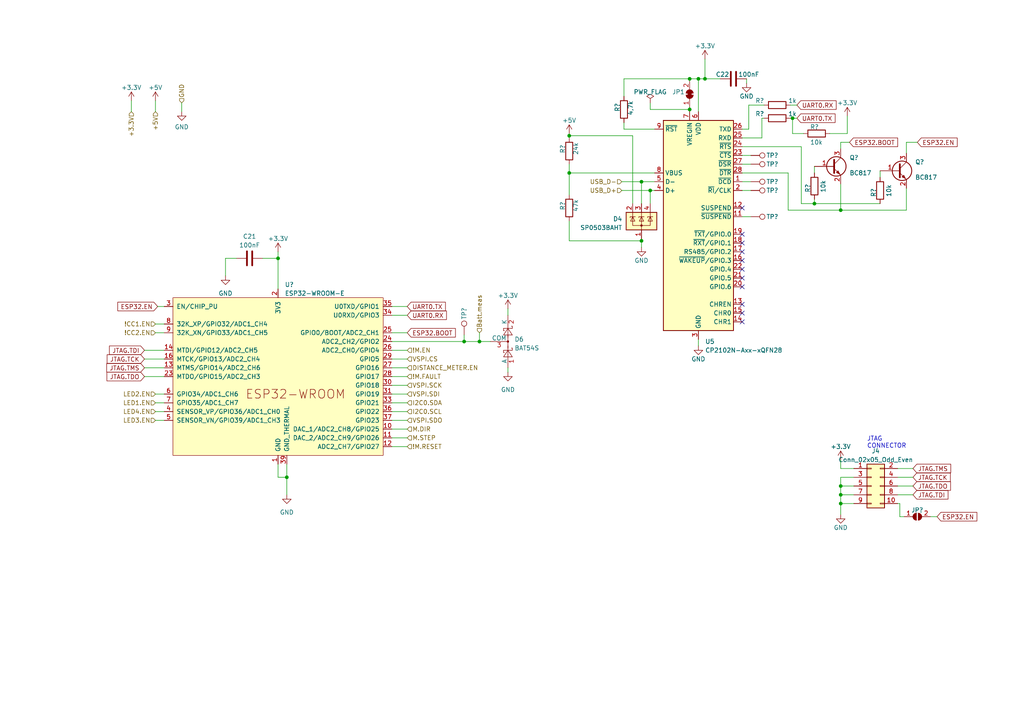
<source format=kicad_sch>
(kicad_sch (version 20230121) (generator eeschema)
  (paper "A4")
  (lib_symbols
    (symbol "Connector:TestPoint" (pin_numbers hide) (pin_names (offset 0.762) hide)
      (property "Reference" "TP" (at 0 6.858 0))
      (property "Value" "TestPoint" (at 0 5.08 0))
      (symbol "TestPoint_0_1"
        (circle (center 0 3.302) (radius 0.762))
      )
      (symbol "TestPoint_1_1"
        (pin passive line (at 0 0 90) (length 2.54) (name "1") (number "1"))
      )
    )
    (symbol "Connector_Generic:Conn_02x05_Odd_Even" (pin_names (offset 1.016) hide)
      (property "Reference" "J" (at 1.27 7.62 0))
      (property "Value" "Conn_02x05_Odd_Even" (at 1.27 -7.62 0))
      (symbol "Conn_02x05_Odd_Even_1_1"
        (rectangle (start -1.27 -4.953) (end 0 -5.207) (stroke (width 0.1524)))
        (rectangle (start -1.27 -2.413) (end 0 -2.667) (stroke (width 0.1524)))
        (rectangle (start -1.27 0.127) (end 0 -0.127) (stroke (width 0.1524)))
        (rectangle (start -1.27 2.667) (end 0 2.413) (stroke (width 0.1524)))
        (rectangle (start -1.27 5.207) (end 0 4.953) (stroke (width 0.1524)))
        (rectangle (start -1.27 6.35) (end 3.81 -6.35) (stroke (width 0.254)) (fill (type background)))
        (rectangle (start 3.81 -4.953) (end 2.54 -5.207) (stroke (width 0.1524)))
        (rectangle (start 3.81 -2.413) (end 2.54 -2.667) (stroke (width 0.1524)))
        (rectangle (start 3.81 0.127) (end 2.54 -0.127) (stroke (width 0.1524)))
        (rectangle (start 3.81 2.667) (end 2.54 2.413) (stroke (width 0.1524)))
        (rectangle (start 3.81 5.207) (end 2.54 4.953) (stroke (width 0.1524)))
        (pin passive line (at -5.08 5.08 0) (length 3.81) (name "Pin_1") (number "1"))
        (pin passive line (at 7.62 -5.08 180) (length 3.81) (name "Pin_10") (number "10"))
        (pin passive line (at 7.62 5.08 180) (length 3.81) (name "Pin_2") (number "2"))
        (pin passive line (at -5.08 2.54 0) (length 3.81) (name "Pin_3") (number "3"))
        (pin passive line (at 7.62 2.54 180) (length 3.81) (name "Pin_4") (number "4"))
        (pin passive line (at -5.08 0 0) (length 3.81) (name "Pin_5") (number "5"))
        (pin passive line (at 7.62 0 180) (length 3.81) (name "Pin_6") (number "6"))
        (pin passive line (at -5.08 -2.54 0) (length 3.81) (name "Pin_7") (number "7"))
        (pin passive line (at 7.62 -2.54 180) (length 3.81) (name "Pin_8") (number "8"))
        (pin passive line (at -5.08 -5.08 0) (length 3.81) (name "Pin_9") (number "9"))
      )
    )
    (symbol "Device:C" (pin_numbers hide) (pin_names (offset 0.254))
      (property "Reference" "C" (at 0.635 2.54 0))
      (property "Value" "C" (at 0.635 -2.54 0))
      (symbol "C_0_1"
        (polyline (pts (xy -2.032 -0.762) (xy 2.032 -0.762)) (stroke (width 0.508)))
        (polyline (pts (xy -2.032 0.762) (xy 2.032 0.762)) (stroke (width 0.508)))
      )
      (symbol "C_1_1"
        (pin passive line (at 0 3.81 270) (length 2.794) (name "~") (number "1"))
        (pin passive line (at 0 -3.81 90) (length 2.794) (name "~") (number "2"))
      )
    )
    (symbol "Device:R" (pin_numbers hide) (pin_names (offset 0))
      (property "Reference" "R" (at 2.032 0 90))
      (property "Value" "R" (at 0 0 90))
      (symbol "R_0_1"
        (rectangle (start -1.016 -2.54) (end 1.016 2.54) (stroke (width 0.254)))
      )
      (symbol "R_1_1"
        (pin passive line (at 0 3.81 270) (length 1.27) (name "~") (number "1"))
        (pin passive line (at 0 -3.81 90) (length 1.27) (name "~") (number "2"))
      )
    )
    (symbol "Diode:BAT54S" (pin_names (offset 0))
      (property "Reference" "D" (at 2.54 -5.08 0))
      (property "Value" "BAT54S" (at -6.35 3.175 0))
      (symbol "BAT54S_0_1"
        (polyline (pts (xy -3.81 0) (xy -1.27 0)))
        (polyline (pts (xy -3.175 -1.27) (xy -3.175 -1.016)))
        (polyline (pts (xy -2.54 -1.27) (xy -3.175 -1.27)))
        (polyline (pts (xy -2.54 -1.27) (xy -2.54 1.27)))
        (polyline (pts (xy -2.54 1.27) (xy -1.905 1.27)))
        (polyline (pts (xy -1.905 0) (xy 1.905 0)))
        (polyline (pts (xy -1.905 1.27) (xy -1.905 1.016)))
        (polyline (pts (xy 1.27 0) (xy 3.81 0)))
        (polyline (pts (xy 3.175 -1.27) (xy 3.175 -1.016)))
        (polyline (pts (xy 3.81 -1.27) (xy 3.175 -1.27)))
        (polyline (pts (xy 3.81 -1.27) (xy 3.81 1.27)))
        (polyline (pts (xy 3.81 1.27) (xy 4.445 1.27)))
        (polyline (pts (xy 4.445 1.27) (xy 4.445 1.016)))
        (polyline (pts (xy -4.445 1.27) (xy -4.445 -1.27) (xy -2.54 0) (xy -4.445 1.27)))
        (polyline (pts (xy 1.905 1.27) (xy 1.905 -1.27) (xy 3.81 0) (xy 1.905 1.27)))
        (circle (center 0 0) (radius 0.254) (fill (type outline)))
      )
      (symbol "BAT54S_1_1"
        (pin passive line (at -7.62 0 0) (length 3.81) (name "A") (number "1"))
        (pin passive line (at 7.62 0 180) (length 3.81) (name "K") (number "2"))
        (pin passive line (at 0 -5.08 90) (length 5.08) (name "COM") (number "3"))
      )
    )
    (symbol "Espressif:ESP32-WROOM-E" (pin_names (offset 1.016))
      (property "Reference" "U" (at -30.48 27.94 0))
      (property "Value" "ESP32-WROOM-E" (at -30.48 25.4 0))
      (symbol "ESP32-WROOM-E_0_1"
        (rectangle (start -30.48 22.86) (end 30.48 -22.86) (fill (type background)))
      )
      (symbol "ESP32-WROOM-E_1_1"
        (text "ESP32-­WROOM­" (at 5.08 -5.08 0) (effects (font (size 2.54 2.54))))
        (pin power_in line (at 0 -25.4 90) (length 2.54) (name "GND") (number "1"))
        (pin bidirectional line (at 33.02 -15.24 180) (length 2.54) (name "DAC_1/ADC2_CH8/GPIO25") (number "10"))
        (pin bidirectional line (at 33.02 -17.78 180) (length 2.54) (name "DAC_2/ADC2_CH9/GPIO26") (number "11"))
        (pin bidirectional line (at 33.02 -20.32 180) (length 2.54) (name "ADC2_CH7/GPIO27") (number "12"))
        (pin bidirectional line (at -33.02 2.54 0) (length 2.54) (name "MTMS/GPIO14/ADC2_CH6") (number "13"))
        (pin bidirectional line (at -33.02 7.62 0) (length 2.54) (name "MTDI/GPIO12/ADC2_CH5") (number "14"))
        (pin passive line (at 0 -25.4 90) (length 2.54) hide (name "GND") (number "15"))
        (pin bidirectional line (at -33.02 5.08 0) (length 2.54) (name "MTCK/GPIO13/ADC2_CH4") (number "16"))
        (pin power_in line (at 0 25.4 270) (length 2.54) (name "3V3") (number "2"))
        (pin bidirectional line (at -33.02 0 0) (length 2.54) (name "MTDO/GPIO15/ADC2_CH3") (number "23"))
        (pin bidirectional line (at 33.02 10.16 180) (length 2.54) (name "ADC2_CH2/GPIO2") (number "24"))
        (pin bidirectional line (at 33.02 12.7 180) (length 2.54) (name "GPIO0/BOOT/ADC2_CH1") (number "25"))
        (pin bidirectional line (at 33.02 7.62 180) (length 2.54) (name "ADC2_CH0/GPIO4") (number "26"))
        (pin bidirectional line (at 33.02 2.54 180) (length 2.54) (name "GPIO16") (number "27"))
        (pin bidirectional line (at 33.02 0 180) (length 2.54) (name "GPIO17") (number "28"))
        (pin bidirectional line (at 33.02 5.08 180) (length 2.54) (name "GPIO5") (number "29"))
        (pin input line (at -33.02 20.32 0) (length 2.54) (name "EN/CHIP_PU") (number "3"))
        (pin bidirectional line (at 33.02 -2.54 180) (length 2.54) (name "GPIO18") (number "30"))
        (pin bidirectional line (at 33.02 -5.08 180) (length 2.54) (name "GPIO19") (number "31"))
        (pin bidirectional line (at 33.02 -7.62 180) (length 2.54) (name "GPIO21") (number "33"))
        (pin bidirectional line (at 33.02 17.78 180) (length 2.54) (name "U0RXD/GPIO3") (number "34"))
        (pin bidirectional line (at 33.02 20.32 180) (length 2.54) (name "U0TXD/GPIO1") (number "35"))
        (pin bidirectional line (at 33.02 -10.16 180) (length 2.54) (name "GPIO22") (number "36"))
        (pin bidirectional line (at 33.02 -12.7 180) (length 2.54) (name "GPIO23") (number "37"))
        (pin passive line (at 0 -25.4 90) (length 2.54) hide (name "GND") (number "38"))
        (pin power_in line (at 2.54 -25.4 90) (length 2.54) (name "GND_THERMAL") (number "39"))
        (pin input line (at -33.02 -10.16 0) (length 2.54) (name "SENSOR_VP/GPIO36/ADC1_CH0") (number "4"))
        (pin input line (at -33.02 -12.7 0) (length 2.54) (name "SENSOR_VN/GPIO39/ADC1_CH3") (number "5"))
        (pin input line (at -33.02 -5.08 0) (length 2.54) (name "GPIO34/ADC1_CH6") (number "6"))
        (pin input line (at -33.02 -7.62 0) (length 2.54) (name "GPIO35/ADC1_CH7") (number "7"))
        (pin bidirectional line (at -33.02 15.24 0) (length 2.54) (name "32K_XP/GPIO32/ADC1_CH4") (number "8"))
        (pin bidirectional line (at -33.02 12.7 0) (length 2.54) (name "32K_XN/GPIO33/ADC1_CH5") (number "9"))
      )
    )
    (symbol "Interface_USB:CP2102N-Axx-xQFN28"
      (property "Reference" "U" (at -8.89 31.75 0))
      (property "Value" "CP2102N-Axx-xQFN28" (at 12.7 31.75 0))
      (symbol "CP2102N-Axx-xQFN28_0_1"
        (rectangle (start -10.16 30.48) (end 10.16 -30.48) (stroke (width 0.254)) (fill (type background)))
      )
      (symbol "CP2102N-Axx-xQFN28_1_1"
        (pin input line (at 12.7 12.7 180) (length 2.54) (name "~{DCD}") (number "1"))
        (pin no_connect line (at -10.16 -27.94 0) (length 2.54) hide (name "NC") (number "10"))
        (pin output line (at 12.7 2.54 180) (length 2.54) (name "~{SUSPEND}") (number "11"))
        (pin output line (at 12.7 5.08 180) (length 2.54) (name "SUSPEND") (number "12"))
        (pin output line (at 12.7 -22.86 180) (length 2.54) (name "CHREN") (number "13"))
        (pin output line (at 12.7 -27.94 180) (length 2.54) (name "CHR1") (number "14"))
        (pin output line (at 12.7 -25.4 180) (length 2.54) (name "CHR0") (number "15"))
        (pin bidirectional line (at 12.7 -10.16 180) (length 2.54) (name "~{WAKEUP}/GPIO.3") (number "16"))
        (pin bidirectional line (at 12.7 -7.62 180) (length 2.54) (name "RS485/GPIO.2") (number "17"))
        (pin bidirectional line (at 12.7 -5.08 180) (length 2.54) (name "~{RXT}/GPIO.1") (number "18"))
        (pin bidirectional line (at 12.7 -2.54 180) (length 2.54) (name "~{TXT}/GPIO.0") (number "19"))
        (pin bidirectional line (at 12.7 10.16 180) (length 2.54) (name "~{RI}/CLK") (number "2"))
        (pin bidirectional line (at 12.7 -17.78 180) (length 2.54) (name "GPIO.6") (number "20"))
        (pin bidirectional line (at 12.7 -15.24 180) (length 2.54) (name "GPIO.5") (number "21"))
        (pin bidirectional line (at 12.7 -12.7 180) (length 2.54) (name "GPIO.4") (number "22"))
        (pin input line (at 12.7 20.32 180) (length 2.54) (name "~{CTS}") (number "23"))
        (pin output line (at 12.7 22.86 180) (length 2.54) (name "~{RTS}") (number "24"))
        (pin input line (at 12.7 25.4 180) (length 2.54) (name "RXD") (number "25"))
        (pin output line (at 12.7 27.94 180) (length 2.54) (name "TXD") (number "26"))
        (pin input line (at 12.7 17.78 180) (length 2.54) (name "~{DSR}") (number "27"))
        (pin output line (at 12.7 15.24 180) (length 2.54) (name "~{DTR}") (number "28"))
        (pin passive line (at 0 -33.02 90) (length 2.54) hide (name "GND") (number "29"))
        (pin power_in line (at 0 -33.02 90) (length 2.54) (name "GND") (number "3"))
        (pin bidirectional line (at -12.7 10.16 0) (length 2.54) (name "D+") (number "4"))
        (pin bidirectional line (at -12.7 12.7 0) (length 2.54) (name "D-") (number "5"))
        (pin power_in line (at 0 33.02 270) (length 2.54) (name "VDD") (number "6"))
        (pin power_in line (at -2.54 33.02 270) (length 2.54) (name "VREGIN") (number "7"))
        (pin input line (at -12.7 15.24 0) (length 2.54) (name "VBUS") (number "8"))
        (pin input line (at -12.7 27.94 0) (length 2.54) (name "~{RST}") (number "9"))
      )
    )
    (symbol "Jumper:SolderJumper_2_Bridged" (pin_names (offset 0) hide)
      (property "Reference" "JP" (at 0 2.032 0))
      (property "Value" "SolderJumper_2_Bridged" (at 0 -2.54 0))
      (symbol "SolderJumper_2_Bridged_0_1"
        (rectangle (start -0.508 0.508) (end 0.508 -0.508) (fill (type outline)))
        (arc (start -0.254 1.016) (mid -1.2656 0) (end -0.254 -1.016))
        (arc (start -0.254 1.016) (mid -1.2656 0) (end -0.254 -1.016) (fill (type outline)))
        (polyline (pts (xy -0.254 1.016) (xy -0.254 -1.016)))
        (polyline (pts (xy 0.254 1.016) (xy 0.254 -1.016)))
        (arc (start 0.254 -1.016) (mid 1.2656 0) (end 0.254 1.016))
        (arc (start 0.254 -1.016) (mid 1.2656 0) (end 0.254 1.016) (fill (type outline)))
      )
      (symbol "SolderJumper_2_Bridged_1_1"
        (pin passive line (at -3.81 0 0) (length 2.54) (name "A") (number "1"))
        (pin passive line (at 3.81 0 180) (length 2.54) (name "B") (number "2"))
      )
    )
    (symbol "Jumper:SolderJumper_2_Open" (pin_names (offset 0) hide)
      (property "Reference" "JP" (at 0 2.032 0))
      (property "Value" "SolderJumper_2_Open" (at 0 -2.54 0))
      (symbol "SolderJumper_2_Open_0_1"
        (arc (start -0.254 1.016) (mid -1.2656 0) (end -0.254 -1.016))
        (arc (start -0.254 1.016) (mid -1.2656 0) (end -0.254 -1.016) (fill (type outline)))
        (polyline (pts (xy -0.254 1.016) (xy -0.254 -1.016)))
        (polyline (pts (xy 0.254 1.016) (xy 0.254 -1.016)))
        (arc (start 0.254 -1.016) (mid 1.2656 0) (end 0.254 1.016))
        (arc (start 0.254 -1.016) (mid 1.2656 0) (end 0.254 1.016) (fill (type outline)))
      )
      (symbol "SolderJumper_2_Open_1_1"
        (pin passive line (at -3.81 0 0) (length 2.54) (name "A") (number "1"))
        (pin passive line (at 3.81 0 180) (length 2.54) (name "B") (number "2"))
      )
    )
    (symbol "Power_Protection:SP0503BAHT" (pin_names hide)
      (property "Reference" "D" (at 5.715 2.54 0))
      (property "Value" "SP0503BAHT" (at 5.715 0.635 0))
      (symbol "SP0503BAHT_0_0"
        (pin passive line (at 0 -5.08 90) (length 2.54) (name "A") (number "1"))
      )
      (symbol "SP0503BAHT_0_1"
        (rectangle (start -4.445 2.54) (end 4.445 -2.54) (stroke (width 0.254)) (fill (type background)))
        (circle (center 0 -1.27) (radius 0.254) (fill (type outline)))
        (polyline (pts (xy -2.54 2.54) (xy -2.54 1.27)))
        (polyline (pts (xy 0 -1.27) (xy 0 -2.54)))
        (polyline (pts (xy 0 -1.27) (xy 0 1.27)))
        (polyline (pts (xy 0 2.54) (xy 0 1.27)))
        (polyline (pts (xy 0.635 1.27) (xy 0.762 1.27)))
        (polyline (pts (xy 2.54 2.54) (xy 2.54 1.27)))
        (polyline (pts (xy 0.635 1.27) (xy -0.762 1.27) (xy -0.762 1.016)))
        (polyline (pts (xy -3.302 1.016) (xy -3.302 1.27) (xy -1.905 1.27) (xy -1.778 1.27)))
        (polyline (pts (xy -2.54 1.27) (xy -2.54 -1.27) (xy 2.54 -1.27) (xy 2.54 1.27)))
        (polyline (pts (xy -2.54 1.27) (xy -1.905 0) (xy -3.175 0) (xy -2.54 1.27)))
        (polyline (pts (xy 0.635 0) (xy -0.635 0) (xy 0 1.27) (xy 0.635 0)))
        (polyline (pts (xy 1.778 1.016) (xy 1.778 1.27) (xy 3.175 1.27) (xy 3.302 1.27)))
        (polyline (pts (xy 2.54 1.27) (xy 1.905 0) (xy 3.175 0) (xy 2.54 1.27)))
      )
      (symbol "SP0503BAHT_1_1"
        (pin passive line (at -2.54 5.08 270) (length 2.54) (name "K") (number "2"))
        (pin passive line (at 0 5.08 270) (length 2.54) (name "K") (number "3"))
        (pin passive line (at 2.54 5.08 270) (length 2.54) (name "K") (number "4"))
      )
    )
    (symbol "Transistor_BJT:BC817" (pin_names (offset 0) hide)
      (property "Reference" "Q" (at 5.08 1.905 0))
      (property "Value" "BC817" (at 5.08 0 0))
      (symbol "BC817_0_1"
        (polyline (pts (xy 0.635 0.635) (xy 2.54 2.54)))
        (polyline (pts (xy 0.635 -0.635) (xy 2.54 -2.54) (xy 2.54 -2.54)))
        (polyline (pts (xy 0.635 1.905) (xy 0.635 -1.905) (xy 0.635 -1.905)) (stroke (width 0.508)))
        (polyline (pts (xy 1.27 -1.778) (xy 1.778 -1.27) (xy 2.286 -2.286) (xy 1.27 -1.778) (xy 1.27 -1.778)) (fill (type outline)))
        (circle (center 1.27 0) (radius 2.8194) (stroke (width 0.254)))
      )
      (symbol "BC817_1_1"
        (pin input line (at -5.08 0 0) (length 5.715) (name "B") (number "1"))
        (pin passive line (at 2.54 -5.08 90) (length 2.54) (name "E") (number "2"))
        (pin passive line (at 2.54 5.08 270) (length 2.54) (name "C") (number "3"))
      )
    )
    (symbol "power:+3.3V" (power) (pin_names (offset 0))
      (property "Value" "+3.3V" (at 0 3.556 0))
      (symbol "+3.3V_0_1"
        (polyline (pts (xy -0.762 1.27) (xy 0 2.54)))
        (polyline (pts (xy 0 0) (xy 0 2.54)))
        (polyline (pts (xy 0 2.54) (xy 0.762 1.27)))
      )
      (symbol "+3.3V_1_1"
        (pin power_in line (at 0 0 90) (length 0) hide (name "+3.3V") (number "1"))
      )
    )
    (symbol "power:+5V" (power) (pin_names (offset 0))
      (property "Value" "+5V" (at 0 3.556 0))
      (symbol "+5V_0_1"
        (polyline (pts (xy -0.762 1.27) (xy 0 2.54)))
        (polyline (pts (xy 0 0) (xy 0 2.54)))
        (polyline (pts (xy 0 2.54) (xy 0.762 1.27)))
      )
      (symbol "+5V_1_1"
        (pin power_in line (at 0 0 90) (length 0) hide (name "+5V") (number "1"))
      )
    )
    (symbol "power:GND" (power) (pin_names (offset 0))
      (property "Value" "GND" (at 0 -3.81 0))
      (symbol "GND_0_1"
        (polyline (pts (xy 0 0) (xy 0 -1.27) (xy 1.27 -1.27) (xy 0 -2.54) (xy -1.27 -1.27) (xy 0 -1.27)))
      )
      (symbol "GND_1_1"
        (pin power_in line (at 0 0 270) (length 0) hide (name "GND") (number "1"))
      )
    )
    (symbol "power:PWR_FLAG" (power) (pin_numbers hide) (pin_names (offset 0) hide)
      (property "Value" "PWR_FLAG" (at 0 3.81 0))
      (symbol "PWR_FLAG_0_0"
        (pin power_out line (at 0 0 90) (length 0) (name "pwr") (number "1"))
      )
      (symbol "PWR_FLAG_0_1"
        (polyline (pts (xy 0 0) (xy 0 1.27) (xy -1.016 1.905) (xy 0 2.54) (xy 1.016 1.905) (xy 0 1.27)))
      )
    )
  )
  (junction (at 200.025 31.75))
  (junction (at 186.055 69.85))
  (junction (at 83.185 138.43))
  (junction (at 243.84 143.51))
  (junction (at 165.1 50.165))
  (junction (at 202.565 22.86))
  (junction (at 243.84 60.96))
  (junction (at 139.065 99.06))
  (junction (at 200.025 22.86))
  (junction (at 165.1 39.37))
  (junction (at 229.87 34.29))
  (junction (at 243.84 146.05))
  (junction (at 188.595 55.245))
  (junction (at 236.22 59.055))
  (junction (at 186.055 52.705))
  (junction (at 80.645 74.93))
  (junction (at 134.62 99.06))
  (junction (at 243.84 140.97))
  (junction (at 204.47 22.86))
  (no_connect (at 215.265 80.645))
  (no_connect (at 215.265 93.345))
  (no_connect (at 215.265 70.485))
  (no_connect (at 215.265 67.945))
  (no_connect (at 215.265 60.325))
  (no_connect (at 215.265 88.265))
  (no_connect (at 215.265 83.185))
  (no_connect (at 215.265 90.805))
  (no_connect (at 215.265 75.565))
  (no_connect (at 215.265 73.025))
  (no_connect (at 215.265 78.105))
  (wire (pts (xy 264.795 135.89) (xy 260.35 135.89)))
  (wire (pts (xy 80.645 73.025) (xy 80.645 74.93)))
  (wire (pts (xy 243.84 133.35) (xy 243.84 135.89)))
  (wire (pts (xy 262.89 41.275) (xy 262.89 44.45)))
  (wire (pts (xy 41.91 101.6) (xy 47.625 101.6)))
  (wire (pts (xy 232.41 42.545) (xy 232.41 59.055)))
  (wire (pts (xy 200.025 22.86) (xy 200.025 23.495)))
  (wire (pts (xy 202.565 22.86) (xy 200.025 22.86)))
  (wire (pts (xy 228.6 50.165) (xy 228.6 60.96)))
  (wire (pts (xy 113.665 109.22) (xy 118.11 109.22)))
  (wire (pts (xy 45.085 121.92) (xy 47.625 121.92)))
  (wire (pts (xy 113.665 124.46) (xy 118.11 124.46)))
  (wire (pts (xy 215.265 55.245) (xy 217.805 55.245)))
  (wire (pts (xy 113.665 121.92) (xy 118.11 121.92)))
  (wire (pts (xy 139.065 96.52) (xy 139.065 99.06)))
  (wire (pts (xy 243.84 138.43) (xy 247.65 138.43)))
  (wire (pts (xy 113.665 111.76) (xy 118.11 111.76)))
  (wire (pts (xy 41.91 106.68) (xy 47.625 106.68)))
  (wire (pts (xy 65.405 80.01) (xy 65.405 74.93)))
  (wire (pts (xy 180.975 35.56) (xy 180.975 37.465)))
  (wire (pts (xy 260.985 149.86) (xy 260.985 146.05)))
  (wire (pts (xy 113.665 116.84) (xy 118.11 116.84)))
  (wire (pts (xy 243.84 135.89) (xy 247.65 135.89)))
  (wire (pts (xy 220.98 40.005) (xy 215.265 40.005)))
  (wire (pts (xy 215.265 42.545) (xy 232.41 42.545)))
  (wire (pts (xy 80.645 83.82) (xy 80.645 74.93)))
  (wire (pts (xy 76.2 74.93) (xy 80.645 74.93)))
  (wire (pts (xy 232.41 59.055) (xy 236.22 59.055)))
  (wire (pts (xy 113.665 96.52) (xy 118.11 96.52)))
  (wire (pts (xy 165.1 64.135) (xy 165.1 69.85)))
  (wire (pts (xy 269.875 149.86) (xy 271.78 149.86)))
  (wire (pts (xy 180.975 37.465) (xy 189.865 37.465)))
  (wire (pts (xy 260.35 146.05) (xy 260.985 146.05)))
  (wire (pts (xy 215.265 50.165) (xy 228.6 50.165)))
  (wire (pts (xy 83.185 138.43) (xy 83.185 143.51)))
  (wire (pts (xy 243.84 53.34) (xy 243.84 60.96)))
  (wire (pts (xy 229.235 34.29) (xy 229.87 34.29)))
  (wire (pts (xy 188.595 31.75) (xy 200.025 31.75)))
  (wire (pts (xy 236.22 59.055) (xy 236.22 57.785)))
  (wire (pts (xy 229.87 34.29) (xy 231.14 34.29)))
  (wire (pts (xy 147.32 106.68) (xy 147.32 107.95)))
  (wire (pts (xy 45.085 29.21) (xy 45.085 32.385)))
  (wire (pts (xy 202.565 22.86) (xy 202.565 32.385)))
  (wire (pts (xy 165.1 39.37) (xy 165.1 40.005)))
  (wire (pts (xy 165.1 69.85) (xy 186.055 69.85)))
  (wire (pts (xy 264.795 140.97) (xy 260.35 140.97)))
  (wire (pts (xy 45.085 119.38) (xy 47.625 119.38)))
  (wire (pts (xy 240.665 38.735) (xy 245.745 38.735)))
  (wire (pts (xy 52.705 29.845) (xy 52.705 32.385)))
  (wire (pts (xy 243.84 41.275) (xy 243.84 43.18)))
  (wire (pts (xy 180.975 27.94) (xy 180.975 22.86)))
  (wire (pts (xy 202.565 98.425) (xy 202.565 100.33)))
  (wire (pts (xy 243.84 146.05) (xy 243.84 149.225)))
  (wire (pts (xy 180.34 52.705) (xy 186.055 52.705)))
  (wire (pts (xy 246.38 41.275) (xy 243.84 41.275)))
  (wire (pts (xy 113.665 99.06) (xy 134.62 99.06)))
  (wire (pts (xy 217.17 30.48) (xy 217.17 37.465)))
  (wire (pts (xy 165.1 50.165) (xy 165.1 56.515)))
  (wire (pts (xy 204.47 22.86) (xy 202.565 22.86)))
  (wire (pts (xy 165.1 38.735) (xy 165.1 39.37)))
  (wire (pts (xy 113.665 127) (xy 118.11 127)))
  (wire (pts (xy 113.665 101.6) (xy 118.11 101.6)))
  (wire (pts (xy 45.085 96.52) (xy 47.625 96.52)))
  (wire (pts (xy 45.085 114.3) (xy 47.625 114.3)))
  (wire (pts (xy 165.1 47.625) (xy 165.1 50.165)))
  (wire (pts (xy 113.665 104.14) (xy 118.11 104.14)))
  (wire (pts (xy 113.665 114.3) (xy 118.11 114.3)))
  (wire (pts (xy 200.025 31.115) (xy 200.025 31.75)))
  (wire (pts (xy 180.34 55.245) (xy 188.595 55.245)))
  (wire (pts (xy 266.065 41.275) (xy 262.89 41.275)))
  (wire (pts (xy 262.255 149.86) (xy 260.985 149.86)))
  (wire (pts (xy 188.595 55.245) (xy 188.595 59.055)))
  (wire (pts (xy 245.745 38.735) (xy 245.745 33.655)))
  (wire (pts (xy 243.84 138.43) (xy 243.84 140.97)))
  (wire (pts (xy 229.87 38.735) (xy 229.87 34.29)))
  (wire (pts (xy 65.405 74.93) (xy 68.58 74.93)))
  (wire (pts (xy 180.975 22.86) (xy 200.025 22.86)))
  (wire (pts (xy 236.22 59.055) (xy 255.27 59.055)))
  (wire (pts (xy 220.98 34.29) (xy 221.615 34.29)))
  (wire (pts (xy 243.84 143.51) (xy 243.84 146.05)))
  (wire (pts (xy 215.265 52.705) (xy 217.805 52.705)))
  (wire (pts (xy 262.89 54.61) (xy 262.89 60.96)))
  (wire (pts (xy 243.84 140.97) (xy 243.84 143.51)))
  (wire (pts (xy 147.32 89.535) (xy 147.32 91.44)))
  (wire (pts (xy 217.17 30.48) (xy 221.615 30.48)))
  (wire (pts (xy 45.085 116.84) (xy 47.625 116.84)))
  (wire (pts (xy 186.055 52.705) (xy 189.865 52.705)))
  (wire (pts (xy 183.515 39.37) (xy 165.1 39.37)))
  (wire (pts (xy 208.915 22.86) (xy 204.47 22.86)))
  (wire (pts (xy 80.645 134.62) (xy 80.645 138.43)))
  (wire (pts (xy 45.72 88.9) (xy 47.625 88.9)))
  (wire (pts (xy 243.84 143.51) (xy 247.65 143.51)))
  (wire (pts (xy 233.045 38.735) (xy 229.87 38.735)))
  (wire (pts (xy 220.98 34.29) (xy 220.98 40.005)))
  (wire (pts (xy 264.795 143.51) (xy 260.35 143.51)))
  (wire (pts (xy 165.1 50.165) (xy 189.865 50.165)))
  (wire (pts (xy 188.595 55.245) (xy 189.865 55.245)))
  (wire (pts (xy 217.17 37.465) (xy 215.265 37.465)))
  (wire (pts (xy 186.055 69.85) (xy 186.055 71.755)))
  (wire (pts (xy 247.65 146.05) (xy 243.84 146.05)))
  (wire (pts (xy 113.665 88.9) (xy 118.11 88.9)))
  (wire (pts (xy 134.62 99.06) (xy 139.065 99.06)))
  (wire (pts (xy 80.645 138.43) (xy 83.185 138.43)))
  (wire (pts (xy 83.185 134.62) (xy 83.185 138.43)))
  (wire (pts (xy 264.795 138.43) (xy 260.35 138.43)))
  (wire (pts (xy 41.91 104.14) (xy 47.625 104.14)))
  (wire (pts (xy 183.515 59.055) (xy 183.515 39.37)))
  (wire (pts (xy 113.665 106.68) (xy 118.11 106.68)))
  (wire (pts (xy 38.1 29.21) (xy 38.1 32.385)))
  (wire (pts (xy 243.84 140.97) (xy 247.65 140.97)))
  (wire (pts (xy 215.265 45.085) (xy 217.805 45.085)))
  (wire (pts (xy 236.22 48.26) (xy 236.22 50.165)))
  (wire (pts (xy 228.6 60.96) (xy 243.84 60.96)))
  (wire (pts (xy 134.62 97.155) (xy 134.62 99.06)))
  (wire (pts (xy 215.265 62.865) (xy 217.805 62.865)))
  (wire (pts (xy 255.27 49.53) (xy 255.27 51.435)))
  (wire (pts (xy 186.055 69.215) (xy 186.055 69.85)))
  (wire (pts (xy 215.265 47.625) (xy 217.805 47.625)))
  (wire (pts (xy 139.065 99.06) (xy 142.24 99.06)))
  (wire (pts (xy 188.595 29.845) (xy 188.595 31.75)))
  (wire (pts (xy 200.025 31.75) (xy 200.025 32.385)))
  (wire (pts (xy 113.665 129.54) (xy 118.11 129.54)))
  (wire (pts (xy 243.84 60.96) (xy 262.89 60.96)))
  (wire (pts (xy 229.235 30.48) (xy 231.14 30.48)))
  (wire (pts (xy 41.91 109.22) (xy 47.625 109.22)))
  (wire (pts (xy 186.055 52.705) (xy 186.055 59.055)))
  (wire (pts (xy 45.085 93.98) (xy 47.625 93.98)))
  (wire (pts (xy 113.665 119.38) (xy 118.11 119.38)))
  (wire (pts (xy 113.665 91.44) (xy 118.11 91.44)))
  (wire (pts (xy 204.47 17.145) (xy 204.47 22.86)))
  (wire (pts (xy 216.535 22.86) (xy 216.535 24.13)))
  (text "JTAG\nCONNECTOR" (at 251.46 130.175 0) (effects (font (size 1.27 1.27)) (justify left bottom)))
  (global_label "JTAG.TDI" (shape input) (at 41.91 101.6 180) (property "Intersheetrefs" "${INTERSHEET_REFS}" (effects hide)))
  (global_label "JTAG.TDO" (shape input) (at 264.795 140.97 0) (property "Intersheetrefs" "${INTERSHEET_REFS}" (effects hide)))
  (global_label "JTAG.TDO" (shape input) (at 41.91 109.22 180) (property "Intersheetrefs" "${INTERSHEET_REFS}" (effects hide)))
  (global_label "JTAG.TMS" (shape input) (at 41.91 106.68 180) (property "Intersheetrefs" "${INTERSHEET_REFS}" (effects hide)))
  (global_label "JTAG.TDI" (shape input) (at 264.795 143.51 0) (property "Intersheetrefs" "${INTERSHEET_REFS}" (effects hide)))
  (global_label "UART0.RX" (shape input) (at 118.11 91.44 0) (property "Intersheetrefs" "${INTERSHEET_REFS}" (effects hide)))
  (global_label "UART0.RX" (shape input) (at 231.14 30.48 0) (property "Intersheetrefs" "${INTERSHEET_REFS}" (effects hide)))
  (global_label "ESP32.EN" (shape input) (at 271.78 149.86 0) (property "Intersheetrefs" "${INTERSHEET_REFS}" (effects hide)))
  (global_label "JTAG.TCK" (shape input) (at 41.91 104.14 180) (property "Intersheetrefs" "${INTERSHEET_REFS}" (effects hide)))
  (global_label "ESP32.EN" (shape input) (at 266.065 41.275 0) (property "Intersheetrefs" "${INTERSHEET_REFS}" (effects hide)))
  (global_label "UART0.TX" (shape input) (at 118.11 88.9 0) (property "Intersheetrefs" "${INTERSHEET_REFS}" (effects hide)))
  (global_label "ESP32.BOOT" (shape input) (at 118.11 96.52 0) (property "Intersheetrefs" "${INTERSHEET_REFS}" (effects hide)))
  (global_label "JTAG.TCK" (shape input) (at 264.795 138.43 0) (property "Intersheetrefs" "${INTERSHEET_REFS}" (effects hide)))
  (global_label "JTAG.TMS" (shape input) (at 264.795 135.89 0) (property "Intersheetrefs" "${INTERSHEET_REFS}" (effects hide)))
  (global_label "ESP32.BOOT" (shape input) (at 246.38 41.275 0) (property "Intersheetrefs" "${INTERSHEET_REFS}" (effects hide)))
  (global_label "ESP32.EN" (shape input) (at 45.72 88.9 180) (property "Intersheetrefs" "${INTERSHEET_REFS}" (effects hide)))
  (global_label "UART0.TX" (shape input) (at 231.14 34.29 0) (property "Intersheetrefs" "${INTERSHEET_REFS}" (effects hide)))
  (hierarchical_label "LED3.EN" (shape input) (at 45.085 121.92 180))
  (hierarchical_label "VSPI.SDO" (shape input) (at 118.11 121.92 0))
  (hierarchical_label "DISTANCE_METER.EN" (shape input) (at 118.11 106.68 0))
  (hierarchical_label "I2C0.SDA" (shape input) (at 118.11 116.84 0))
  (hierarchical_label "!CC1.EN" (shape input) (at 45.085 93.98 180))
  (hierarchical_label "!M.RESET" (shape input) (at 118.11 129.54 0))
  (hierarchical_label "!M.EN" (shape input) (at 118.11 101.6 0))
  (hierarchical_label "+5V" (shape input) (at 45.085 32.385 270))
  (hierarchical_label "VSPI.CS" (shape input) (at 118.11 104.14 0))
  (hierarchical_label "GND" (shape input) (at 52.705 29.845 90))
  (hierarchical_label "+3.3V" (shape input) (at 38.1 32.385 270))
  (hierarchical_label "!CC2.EN" (shape input) (at 45.085 96.52 180))
  (hierarchical_label "USB_D+" (shape input) (at 180.34 55.245 180))
  (hierarchical_label "LED1.EN" (shape input) (at 45.085 116.84 180))
  (hierarchical_label "M.DIR" (shape input) (at 118.11 124.46 0))
  (hierarchical_label "USB_D-" (shape input) (at 180.34 52.705 180))
  (hierarchical_label "VSPI.SCK" (shape input) (at 118.11 111.76 0))
  (hierarchical_label "I2C0.SCL" (shape input) (at 118.11 119.38 0))
  (hierarchical_label "LED4.EN" (shape input) (at 45.085 119.38 180))
  (hierarchical_label "Batt.meas" (shape input) (at 139.065 96.52 90))
  (hierarchical_label "VSPI.SDI" (shape input) (at 118.11 114.3 0))
  (hierarchical_label "!M.FAULT" (shape input) (at 118.11 109.22 0))
  (hierarchical_label "M.STEP" (shape input) (at 118.11 127 0))
  (hierarchical_label "LED2.EN" (shape input) (at 45.085 114.3 180))
  (symbol (lib_id "power:GND") (at 202.565 100.33 0) (unit 1)
    (property "Reference" "#PWR047" (effects hide))
    (property "Value" "GND" (at 202.565 104.14 0))
  )
  (symbol (lib_id "power:+3.3V") (at 245.745 33.655 0) (unit 1)
    (property "Reference" "#PWR052" (effects hide))
    (property "Value" "+3.3V" (at 245.745 29.845 0))
  )
  (symbol (lib_id "power:+3.3V") (at 243.84 133.35 0) (unit 1)
    (property "Reference" "#PWR050" (effects hide))
    (property "Value" "+3.3V" (at 243.84 129.54 0))
  )
  (symbol (lib_id "Connector:TestPoint") (at 217.805 62.865 270) (unit 1)
    (property "Reference" "TP?" (at 222.25 62.865 90) (effects (justify left)))
    (property "Value" "TestPoint" (effects hide))
    (property "Footprint" "TestPoint:TestPoint_THTPad_1.0x1.0mm_Drill0.5mm" (effects hide))
    (instances (project "MR-SLDR-01" (path "" (reference "TP?") (unit 1)) (path "" (reference "TP7") (unit 1))))
  )
  (symbol (lib_id "Connector:TestPoint") (at 217.805 45.085 270) (unit 1)
    (property "Reference" "TP?" (at 222.25 45.085 90) (effects (justify left)))
    (property "Value" "TestPoint" (effects hide))
    (property "Footprint" "TestPoint:TestPoint_THTPad_1.0x1.0mm_Drill0.5mm" (effects hide))
    (instances (project "MR-SLDR-01" (path "" (reference "TP?") (unit 1)) (path "" (reference "TP3") (unit 1))))
  )
  (symbol (lib_id "Device:R") (at 180.975 31.75 180) (unit 1)
    (property "Reference" "R?" (at 179.07 29.845 90) (effects (justify left)))
    (property "Value" "4,7k" (at 182.88 29.21 90) (effects (justify left)))
    (property "Footprint" "Resistor_SMD:R_0805_2012Metric_Pad1.20x1.40mm_HandSolder" (effects hide))
    (instances (project "MR-SLDR-01" (path "" (reference "R?") (unit 1)) (path "" (reference "R29") (unit 1))))
  )
  (symbol (lib_id "Device:R") (at 165.1 60.325 180) (unit 1)
    (property "Reference" "R?" (at 163.195 58.42 90) (effects (justify left)))
    (property "Value" "47k" (at 167.005 57.785 90) (effects (justify left)))
    (property "Footprint" "Resistor_SMD:R_0805_2012Metric_Pad1.20x1.40mm_HandSolder" (effects hide))
    (instances (project "MR-SLDR-01" (path "" (reference "R?") (unit 1)) (path "" (reference "R28") (unit 1))))
  )
  (symbol (lib_id "power:+5V") (at 45.085 29.21 0) (unit 1)
    (property "Reference" "#PWR040" (effects hide))
    (property "Value" "+5V" (at 45.085 25.4 0))
  )
  (symbol (lib_id "power:+5V") (at 165.1 38.735 0) (unit 1)
    (property "Reference" "#PWR045" (effects hide))
    (property "Value" "+5V" (at 165.1 34.925 0))
  )
  (symbol (lib_id "Transistor_BJT:BC817") (at 241.3 48.26 0) (unit 1)
    (property "Reference" "Q?" (at 246.38 45.72 0) (effects (justify left)))
    (property "Value" "BC817" (at 246.38 50.165 0) (effects (justify left)))
    (property "Footprint" "Package_TO_SOT_SMD:SOT-23" (effects hide))
    (property "Datasheet" "https://www.onsemi.com/pub/Collateral/BC818-D.pdf" (effects hide))
    (instances (project "MR-SLDR-01" (path "" (reference "Q?") (unit 1)) (path "" (reference "Q6") (unit 1))))
  )
  (symbol (lib_id "Connector:TestPoint") (at 217.805 55.245 270) (unit 1)
    (property "Reference" "TP?" (at 222.25 55.245 90) (effects (justify left)))
    (property "Value" "TestPoint" (effects hide))
    (property "Footprint" "TestPoint:TestPoint_THTPad_1.0x1.0mm_Drill0.5mm" (effects hide))
    (instances (project "MR-SLDR-01" (path "" (reference "TP?") (unit 1)) (path "" (reference "TP6") (unit 1))))
  )
  (symbol (lib_id "power:+3.3V") (at 204.47 17.145 0) (unit 1)
    (property "Reference" "#PWR048" (effects hide))
    (property "Value" "+3.3V" (at 204.47 13.335 0))
  )
  (symbol (lib_id "Device:C") (at 72.39 74.93 90) (unit 1)
    (property "Reference" "C21" (at 72.39 68.58 90))
    (property "Value" "100nF" (at 72.39 71.12 90))
    (property "Footprint" "Capacitor_SMD:C_0805_2012Metric_Pad1.18x1.45mm_HandSolder" (effects hide))
  )
  (symbol (lib_id "Diode:BAT54S") (at 147.32 99.06 270) (mirror x) (unit 1)
    (property "Reference" "D6" (at 149.225 98.425 90) (effects (justify left)))
    (property "Value" "BAT54S" (at 149.225 100.965 90) (effects (justify left)))
    (property "Footprint" "Package_TO_SOT_SMD:SOT-23" (effects hide))
    (property "Datasheet" "https://www.diodes.com/assets/Datasheets/ds11005.pdf" (effects hide))
  )
  (symbol (lib_id "power:GND") (at 243.84 149.225 0) (unit 1)
    (property "Reference" "#PWR051" (effects hide))
    (property "Value" "GND" (at 243.84 153.035 0))
  )
  (symbol (lib_id "Device:R") (at 236.855 38.735 270) (unit 1)
    (property "Reference" "R?" (at 234.95 36.83 90) (effects (justify left)))
    (property "Value" "10k" (at 234.95 41.275 90) (effects (justify left)))
    (property "Footprint" "Resistor_SMD:R_0805_2012Metric_Pad1.20x1.40mm_HandSolder" (effects hide))
    (instances (project "MR-SLDR-01" (path "" (reference "R?") (unit 1)) (path "" (reference "R33") (unit 1))))
  )
  (symbol (lib_id "power:+3.3V") (at 147.32 89.535 0) (unit 1)
    (property "Reference" "#PWR081" (effects hide))
    (property "Value" "+3.3V" (at 147.32 85.725 0))
  )
  (symbol (lib_id "power:GND") (at 186.055 71.755 0) (unit 1)
    (property "Reference" "#PWR046" (effects hide))
    (property "Value" "GND" (at 186.055 75.565 0))
  )
  (symbol (lib_id "Device:R") (at 165.1 43.815 180) (unit 1)
    (property "Reference" "R?" (at 163.195 41.91 90) (effects (justify left)))
    (property "Value" "24k" (at 167.005 41.275 90) (effects (justify left)))
    (property "Footprint" "Resistor_SMD:R_0805_2012Metric_Pad1.20x1.40mm_HandSolder" (effects hide))
    (instances (project "MR-SLDR-01" (path "" (reference "R?") (unit 1)) (path "" (reference "R27") (unit 1))))
  )
  (symbol (lib_id "Device:R") (at 236.22 53.975 0) (unit 1)
    (property "Reference" "R?" (at 234.315 55.88 90) (effects (justify left)))
    (property "Value" "10k" (at 238.76 55.88 90) (effects (justify left)))
    (property "Footprint" "Resistor_SMD:R_0805_2012Metric_Pad1.20x1.40mm_HandSolder" (effects hide))
    (instances (project "MR-SLDR-01" (path "" (reference "R?") (unit 1)) (path "" (reference "R32") (unit 1))))
  )
  (symbol (lib_id "Connector:TestPoint") (at 217.805 47.625 270) (unit 1)
    (property "Reference" "TP?" (at 222.25 47.625 90) (effects (justify left)))
    (property "Value" "TestPoint" (effects hide))
    (property "Footprint" "TestPoint:TestPoint_THTPad_1.0x1.0mm_Drill0.5mm" (effects hide))
    (instances (project "MR-SLDR-01" (path "" (reference "TP?") (unit 1)) (path "" (reference "TP4") (unit 1))))
  )
  (symbol (lib_id "Connector:TestPoint") (at 217.805 52.705 270) (unit 1)
    (property "Reference" "TP?" (at 222.25 52.705 90) (effects (justify left)))
    (property "Value" "TestPoint" (effects hide))
    (property "Footprint" "TestPoint:TestPoint_THTPad_1.0x1.0mm_Drill0.5mm" (effects hide))
    (instances (project "MR-SLDR-01" (path "" (reference "TP?") (unit 1)) (path "" (reference "TP5") (unit 1))))
  )
  (symbol (lib_id "power:+3.3V") (at 38.1 29.21 0) (unit 1)
    (property "Reference" "#PWR039" (effects hide))
    (property "Value" "+3.3V" (at 38.1 25.4 0))
  )
  (symbol (lib_id "power:GND") (at 216.535 24.13 0) (unit 1)
    (property "Reference" "#PWR049" (effects hide))
    (property "Value" "GND" (at 216.535 27.94 0))
  )
  (symbol (lib_id "Device:C") (at 212.725 22.86 90) (unit 1)
    (property "Reference" "C22" (at 209.55 21.59 90))
    (property "Value" "100nF" (at 217.17 21.59 90))
    (property "Footprint" "Capacitor_SMD:C_0805_2012Metric_Pad1.18x1.45mm_HandSolder" (effects hide))
  )
  (symbol (lib_id "power:GND") (at 147.32 107.95 0) (unit 1)
    (property "Reference" "#PWR080" (effects hide))
    (property "Value" "GND" (at 147.32 113.03 0))
  )
  (symbol (lib_id "Espressif:ESP32-WROOM-E") (at 80.645 109.22 0) (unit 1)
    (property "Reference" "U?" (at 82.6009 82.55 0) (effects (justify left)))
    (property "Value" "ESP32-WROOM-E" (at 82.6009 85.09 0) (effects (justify left)))
    (property "Footprint" "Espressif:ESP32-WROOM-32E" (effects hide))
    (property "Datasheet" "https://www.espressif.com/sites/default/files/documentation/esp32-wroom-32e_esp32-wroom-32ue_datasheet_en.pdf" (effects hide))
    (instances (project "MR-SLDR-01" (path "" (reference "U?") (unit 1)) (path "" (reference "U4") (unit 1))))
  )
  (symbol (lib_id "Jumper:SolderJumper_2_Bridged") (at 200.025 27.305 90) (unit 1)
    (property "Reference" "JP1" (at 194.945 26.67 90) (effects (justify right)))
    (property "Value" "SolderJumper_2_Bridged" (effects hide))
    (property "Footprint" "Jumper:SolderJumper-2_P1.3mm_Bridged_RoundedPad1.0x1.5mm" (effects hide))
  )
  (symbol (lib_id "Transistor_BJT:BC817") (at 260.35 49.53 0) (unit 1)
    (property "Reference" "Q?" (at 265.43 46.99 0) (effects (justify left)))
    (property "Value" "BC817" (at 265.43 51.435 0) (effects (justify left)))
    (property "Footprint" "Package_TO_SOT_SMD:SOT-23" (effects hide))
    (property "Datasheet" "https://www.onsemi.com/pub/Collateral/BC818-D.pdf" (effects hide))
    (instances (project "MR-SLDR-01" (path "" (reference "Q?") (unit 1)) (path "" (reference "Q7") (unit 1))))
  )
  (symbol (lib_id "Connector_Generic:Conn_02x05_Odd_Even") (at 252.73 140.97 0) (unit 1)
    (property "Reference" "J4" (at 254 130.81 0))
    (property "Value" "Conn_02x05_Odd_Even" (at 254 133.35 0))
    (property "Footprint" "Connector_PinHeader_2.00mm:PinHeader_2x05_P2.00mm_Vertical" (effects hide))
  )
  (symbol (lib_id "power:GND") (at 65.405 80.01 0) (unit 1)
    (property "Reference" "#PWR042" (effects hide))
    (property "Value" "GND" (at 65.405 85.09 0))
  )
  (symbol (lib_id "Device:R") (at 255.27 55.245 0) (unit 1)
    (property "Reference" "R?" (at 253.365 57.15 90) (effects (justify left)))
    (property "Value" "10k" (at 257.81 57.15 90) (effects (justify left)))
    (property "Footprint" "Resistor_SMD:R_0805_2012Metric_Pad1.20x1.40mm_HandSolder" (effects hide))
    (instances (project "MR-SLDR-01" (path "" (reference "R?") (unit 1)) (path "" (reference "R34") (unit 1))))
  )
  (symbol (lib_id "power:PWR_FLAG") (at 188.595 29.845 0) (unit 1)
    (property "Reference" "#FLG04" (effects hide))
    (property "Value" "PWR_FLAG" (at 188.595 26.67 0))
  )
  (symbol (lib_id "Power_Protection:SP0503BAHT") (at 186.055 64.135 0) (unit 1)
    (property "Reference" "D4" (at 177.8 63.5 0) (effects (justify left)))
    (property "Value" "SP0503BAHT" (at 168.275 66.04 0) (effects (justify left)))
    (property "Footprint" "Package_TO_SOT_SMD:SOT-143" (effects hide))
    (property "Datasheet" "http://www.littelfuse.com/~/media/files/littelfuse/technical%20resources/documents/data%20sheets/sp05xxba.pdf" (effects hide))
  )
  (symbol (lib_id "Interface_USB:CP2102N-Axx-xQFN28") (at 202.565 65.405 0) (unit 1)
    (property "Reference" "U5" (at 204.5209 99.06 0) (effects (justify left)))
    (property "Value" "CP2102N-Axx-xQFN28" (at 204.5209 101.6 0) (effects (justify left)))
    (property "Footprint" "Package_DFN_QFN:QFN-28-1EP_5x5mm_P0.5mm_EP3.35x3.35mm" (effects hide))
    (property "Datasheet" "https://www.silabs.com/documents/public/data-sheets/cp2102n-datasheet.pdf" (effects hide))
  )
  (symbol (lib_id "Jumper:SolderJumper_2_Open") (at 266.065 149.86 0) (unit 1)
    (property "Reference" "JP?" (at 266.065 147.955 0))
    (property "Value" "SolderJumper_2_Open" (effects hide))
    (property "Footprint" "Jumper:SolderJumper-2_P1.3mm_Open_RoundedPad1.0x1.5mm" (effects hide))
    (instances (project "MR-SLDR-01" (path "" (reference "JP?") (unit 1)) (path "" (reference "JP?") (unit 1)) (path "" (reference "JP2") (unit 1))))
  )
  (symbol (lib_id "power:GND") (at 83.185 143.51 0) (unit 1)
    (property "Reference" "#PWR044" (effects hide))
    (property "Value" "GND" (at 83.185 148.59 0))
  )
  (symbol (lib_id "Connector:TestPoint") (at 134.62 97.155 0) (unit 1)
    (property "Reference" "TP?" (at 134.62 92.71 90) (effects (justify left)))
    (property "Value" "TestPoint" (effects hide))
    (property "Footprint" "TestPoint:TestPoint_THTPad_1.0x1.0mm_Drill0.5mm" (effects hide))
    (instances (project "MR-SLDR-01" (path "" (reference "TP?") (unit 1)) (path "" (reference "Batt.meas1") (unit 1)) (path "" (reference "TP8") (unit 1))))
  )
  (symbol (lib_id "power:+3.3V") (at 80.645 73.025 0) (unit 1)
    (property "Reference" "#PWR043" (effects hide))
    (property "Value" "+3.3V" (at 80.645 69.215 0))
  )
  (symbol (lib_id "power:GND") (at 52.705 32.385 0) (unit 1)
    (property "Reference" "#PWR041" (effects hide))
    (property "Value" "GND" (at 52.705 36.83 0))
  )
  (symbol (lib_id "Device:R") (at 225.425 34.29 270) (unit 1)
    (property "Reference" "R?" (at 219.075 33.02 90) (effects (justify left)))
    (property "Value" "1k" (at 228.6 33.02 90) (effects (justify left)))
    (property "Footprint" "Resistor_SMD:R_0805_2012Metric_Pad1.20x1.40mm_HandSolder" (effects hide))
    (instances (project "MR-SLDR-01" (path "" (reference "R?") (unit 1)) (path "" (reference "R31") (unit 1))))
  )
  (symbol (lib_id "Device:R") (at 225.425 30.48 270) (unit 1)
    (property "Reference" "R?" (at 219.075 29.21 90) (effects (justify left)))
    (property "Value" "1k" (at 228.6 29.21 90) (effects (justify left)))
    (property "Footprint" "Resistor_SMD:R_0805_2012Metric_Pad1.20x1.40mm_HandSolder" (effects hide))
    (instances (project "MR-SLDR-01" (path "" (reference "R?") (unit 1)) (path "" (reference "R30") (unit 1))))
  )
)
</source>
